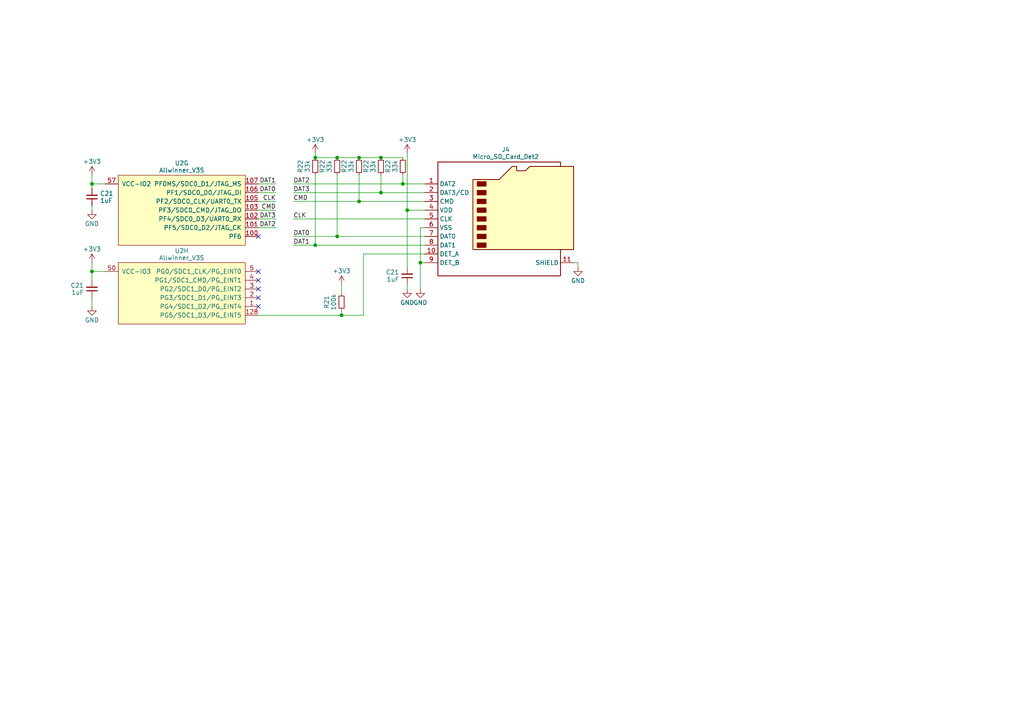
<source format=kicad_sch>
(kicad_sch (version 20230121) (generator eeschema)
  (paper "A4")
  (lib_symbols
    (symbol "Connector:Micro_SD_Card_Det2"
      (property "Reference" "J" (at -16.51 17.78 0))
      (property "Value" "Micro_SD_Card_Det2" (at 16.51 17.78 0))
      (symbol "Micro_SD_Card_Det2_0_1"
        (rectangle (start -7.62 -6.985) (end -5.08 -8.255) (stroke (width 0.254)) (fill (type outline)))
        (rectangle (start -7.62 -4.445) (end -5.08 -5.715) (stroke (width 0.254)) (fill (type outline)))
        (rectangle (start -7.62 -1.905) (end -5.08 -3.175) (stroke (width 0.254)) (fill (type outline)))
        (rectangle (start -7.62 0.635) (end -5.08 -0.635) (stroke (width 0.254)) (fill (type outline)))
        (rectangle (start -7.62 3.175) (end -5.08 1.905) (stroke (width 0.254)) (fill (type outline)))
        (rectangle (start -7.62 5.715) (end -5.08 4.445) (stroke (width 0.254)) (fill (type outline)))
        (rectangle (start -7.62 8.255) (end -5.08 6.985) (stroke (width 0.254)) (fill (type outline)))
        (rectangle (start -7.62 10.795) (end -5.08 9.525) (stroke (width 0.254)) (fill (type outline)))
        (polyline (pts (xy 16.51 15.24) (xy 16.51 16.51) (xy -19.05 16.51) (xy -19.05 -16.51) (xy 16.51 -16.51) (xy 16.51 -8.89)) (stroke (width 0.254)))
        (polyline (pts (xy -8.89 -8.89) (xy -8.89 11.43) (xy -1.27 11.43) (xy 2.54 15.24) (xy 3.81 15.24) (xy 3.81 13.97) (xy 6.35 13.97) (xy 7.62 15.24) (xy 20.32 15.24) (xy 20.32 -8.89) (xy -8.89 -8.89)) (stroke (width 0.254)) (fill (type background)))
      )
      (symbol "Micro_SD_Card_Det2_1_1"
        (pin bidirectional line (at -22.86 10.16 0) (length 3.81) (name "DAT2") (number "1"))
        (pin passive line (at -22.86 -10.16 0) (length 3.81) (name "DET_A") (number "10"))
        (pin passive line (at 20.32 -12.7 180) (length 3.81) (name "SHIELD") (number "11"))
        (pin bidirectional line (at -22.86 7.62 0) (length 3.81) (name "DAT3/CD") (number "2"))
        (pin input line (at -22.86 5.08 0) (length 3.81) (name "CMD") (number "3"))
        (pin power_in line (at -22.86 2.54 0) (length 3.81) (name "VDD") (number "4"))
        (pin input line (at -22.86 0 0) (length 3.81) (name "CLK") (number "5"))
        (pin power_in line (at -22.86 -2.54 0) (length 3.81) (name "VSS") (number "6"))
        (pin bidirectional line (at -22.86 -5.08 0) (length 3.81) (name "DAT0") (number "7"))
        (pin bidirectional line (at -22.86 -7.62 0) (length 3.81) (name "DAT1") (number "8"))
        (pin passive line (at -22.86 -12.7 0) (length 3.81) (name "DET_B") (number "9"))
      )
    )
    (symbol "Device:C_Small" (pin_numbers hide) (pin_names (offset 0.254) hide)
      (property "Reference" "C" (at 0.254 1.778 0))
      (property "Value" "C_Small" (at 0.254 -2.032 0))
      (symbol "C_Small_0_1"
        (polyline (pts (xy -1.524 -0.508) (xy 1.524 -0.508)) (stroke (width 0.3302)))
        (polyline (pts (xy -1.524 0.508) (xy 1.524 0.508)) (stroke (width 0.3048)))
      )
      (symbol "C_Small_1_1"
        (pin passive line (at 0 2.54 270) (length 2.032) (name "~") (number "1"))
        (pin passive line (at 0 -2.54 90) (length 2.032) (name "~") (number "2"))
      )
    )
    (symbol "Device:R_Small" (pin_numbers hide) (pin_names (offset 0.254) hide)
      (property "Reference" "R" (at 0.762 0.508 0))
      (property "Value" "R_Small" (at 0.762 -1.016 0))
      (symbol "R_Small_0_1"
        (rectangle (start -0.762 1.778) (end 0.762 -1.778) (stroke (width 0.2032)))
      )
      (symbol "R_Small_1_1"
        (pin passive line (at 0 2.54 270) (length 0.762) (name "~") (number "1"))
        (pin passive line (at 0 -2.54 90) (length 0.762) (name "~") (number "2"))
      )
    )
    (symbol "SoC_Allwinner:Allwinner_V3S" (pin_names (offset 1.016))
      (property "Reference" "U" (at 7.62 1.27 0))
      (property "Value" "Allwinner_V3S" (at -5.08 1.27 0))
      (symbol "Allwinner_V3S_1_0"
        (pin bidirectional line (at 15.24 -22.86 180) (length 3.81) (name "USB-DM") (number "110"))
        (pin bidirectional line (at 15.24 -25.4 180) (length 3.81) (name "USB-DP") (number "111"))
        (pin input line (at 15.24 -2.54 180) (length 3.81) (name "LRADC0") (number "112"))
        (pin output line (at 15.24 -10.16 180) (length 3.81) (name "X24MOUT") (number "74"))
        (pin input line (at 15.24 -7.62 180) (length 3.81) (name "X24MIN") (number "75"))
        (pin output line (at 15.24 -17.78 180) (length 3.81) (name "X32KOUT") (number "95"))
        (pin input line (at 15.24 -15.24 180) (length 3.81) (name "X32KIN") (number "96"))
        (pin power_out line (at -15.24 -17.78 0) (length 3.81) (name "RTC-VIO") (number "97"))
        (pin input line (at -15.24 -22.86 0) (length 3.81) (name "RESET") (number "99"))
      )
      (symbol "Allwinner_V3S_1_1"
        (rectangle (start -11.43 0) (end 11.43 -29.21) (fill (type background)))
        (pin power_in line (at -15.24 -12.7 0) (length 3.81) (name "VCC-USB") (number "109"))
        (pin power_in line (at -15.24 -26.67 0) (length 3.81) (name "EPAD-GND") (number "129"))
        (pin power_in line (at -15.24 -2.54 0) (length 3.81) (name "VCC-PLL") (number "76"))
        (pin power_in line (at -15.24 -7.62 0) (length 3.81) (name "VCC-RTC") (number "98"))
      )
      (symbol "Allwinner_V3S_2_0"
        (pin bidirectional line (at -15.24 -13.97 0) (length 3.81) (name "MICIN1P") (number "113"))
        (pin bidirectional line (at -15.24 -11.43 0) (length 3.81) (name "MICIN1N") (number "114"))
        (pin power_in line (at -15.24 -3.81 0) (length 3.81) (name "AVCC") (number "115"))
        (pin power_in line (at 13.97 -21.59 180) (length 3.81) (name "AGND") (number "116"))
        (pin output line (at -15.24 -19.05 0) (length 3.81) (name "VRA1") (number "117"))
        (pin output line (at -15.24 -21.59 0) (length 3.81) (name "VRA2") (number "118"))
        (pin output line (at 13.97 -3.81 180) (length 3.81) (name "HBIAS") (number "119"))
        (pin output line (at 13.97 -13.97 180) (length 3.81) (name "HPOUTR") (number "120"))
        (pin output line (at 13.97 -11.43 180) (length 3.81) (name "HPOUTL") (number "121"))
        (pin power_in line (at -15.24 -6.35 0) (length 3.81) (name "HPVCCIN") (number "122"))
        (pin input line (at 13.97 -16.51 180) (length 3.81) (name "HPVCCBP") (number "123"))
        (pin input line (at 13.97 -8.89 180) (length 3.81) (name "HPCOMFB") (number "124"))
        (pin output line (at 13.97 -6.35 180) (length 3.81) (name "HPCOM") (number "125"))
      )
      (symbol "Allwinner_V3S_2_1"
        (rectangle (start -11.43 -1.27) (end 10.16 -24.13) (fill (type background)))
      )
      (symbol "Allwinner_V3S_3_0"
        (pin power_in line (at 15.24 -22.86 180) (length 3.81) (name "VCC-DRAM8") (number "59"))
        (pin power_in line (at 15.24 -25.4 180) (length 3.81) (name "VCC-DRAM9") (number "60"))
        (pin power_in line (at 15.24 -27.94 180) (length 3.81) (name "VCC-DRAM10") (number "61"))
        (pin power_in line (at 15.24 -30.48 180) (length 3.81) (name "VCC-DRAM11") (number "62"))
        (pin power_in line (at 15.24 -2.54 180) (length 3.81) (name "VCC-DRAM0") (number "65"))
        (pin power_in line (at 15.24 -5.08 180) (length 3.81) (name "VCC-DRAM1") (number "66"))
        (pin power_in line (at 15.24 -7.62 180) (length 3.81) (name "VCC-DRAM2") (number "67"))
        (pin power_in line (at 15.24 -10.16 180) (length 3.81) (name "VCC-DRAM3") (number "68"))
        (pin power_in line (at 15.24 -12.7 180) (length 3.81) (name "VCC-DRAM4") (number "69"))
        (pin power_in line (at 15.24 -15.24 180) (length 3.81) (name "VCC-DRAM5") (number "70"))
        (pin power_in line (at 15.24 -17.78 180) (length 3.81) (name "VCC-DRAM6") (number "72"))
        (pin power_in line (at 15.24 -20.32 180) (length 3.81) (name "VCC-DRAM7") (number "79"))
      )
      (symbol "Allwinner_V3S_3_1"
        (rectangle (start -11.43 0) (end 11.43 -33.02) (fill (type background)))
        (pin input line (at -15.24 -22.86 0) (length 3.81) (name "SVREF1") (number "63"))
        (pin input line (at -15.24 -25.4 0) (length 3.81) (name "SVREF0") (number "71"))
        (pin input line (at -15.24 -30.48 0) (length 3.81) (name "SZQ") (number "73"))
      )
      (symbol "Allwinner_V3S_4_0"
        (pin bidirectional line (at 22.86 -2.54 180) (length 3.81) (name "PB0/UART2_TX/PB_EINT0") (number "39"))
        (pin bidirectional line (at 22.86 -5.08 180) (length 3.81) (name "PB1/UART2_RX/PB_EINT1") (number "40"))
        (pin bidirectional line (at 22.86 -7.62 180) (length 3.81) (name "PB2/UART2_RTS/PB_EINT2") (number "41"))
        (pin bidirectional line (at 22.86 -10.16 180) (length 3.81) (name "PB3/UART2_CTS/PB_EINT3") (number "42"))
        (pin bidirectional line (at 22.86 -12.7 180) (length 3.81) (name "PB4/PWM0/PB_EINT4") (number "43"))
        (pin bidirectional line (at 22.86 -15.24 180) (length 3.81) (name "PB5/PWM1/PB_EINT5") (number "44"))
        (pin bidirectional line (at 22.86 -17.78 180) (length 3.81) (name "PB6/TWI0_SCK/PB_EINT6") (number "45"))
        (pin bidirectional line (at 22.86 -20.32 180) (length 3.81) (name "PB7/TWI0_SDA/PB_EINT7") (number "46"))
        (pin bidirectional line (at 22.86 -22.86 180) (length 3.81) (name "PB8/TWI1_SCK/UART0_TX/PB_EINT8") (number "48"))
        (pin bidirectional line (at 22.86 -25.4 180) (length 3.81) (name "PB9/TWI1_SDA/UART0_RX/PB_EINT9") (number "49"))
      )
      (symbol "Allwinner_V3S_4_1"
        (rectangle (start -20.32 0) (end 19.05 -27.94) (fill (type background)))
        (pin power_in line (at -24.13 -2.54 0) (length 3.81) (name "VCC-IO0") (number "104"))
      )
      (symbol "Allwinner_V3S_5_0"
        (pin bidirectional line (at 22.86 -2.54 180) (length 3.81) (name "PC0/SDC2_CLK/SPI0_MISO") (number "52"))
        (pin bidirectional line (at 22.86 -5.08 180) (length 3.81) (name "PC1/SDC2_CMD/SPI0_CLK") (number "53"))
        (pin bidirectional line (at 22.86 -7.62 180) (length 3.81) (name "PC2/SDC2_RST/SPI0_CS") (number "54"))
        (pin bidirectional line (at 22.86 -10.16 180) (length 3.81) (name "PC3/SDC2_D0/SPI0_MOSI") (number "55"))
      )
      (symbol "Allwinner_V3S_5_1"
        (rectangle (start 19.05 0) (end -20.32 -12.7) (fill (type background)))
        (pin power_in line (at -24.13 -2.54 0) (length 3.81) (name "VCC-IO1") (number "127"))
      )
      (symbol "Allwinner_V3S_6_0"
        (pin bidirectional line (at 22.86 -53.34 180) (length 3.81) (name "PE20/CSI_FIELD/CSI_MIPI_MCLK") (number "10"))
        (pin bidirectional line (at 22.86 -50.8 180) (length 3.81) (name "PE19/CSI_D15/LCD_D21") (number "11"))
        (pin bidirectional line (at 22.86 -48.26 180) (length 3.81) (name "PE18/CSI_D14/LCD_D20") (number "13"))
        (pin bidirectional line (at 22.86 -45.72 180) (length 3.81) (name "PE17/CSI_D13/LCD_D19") (number "14"))
        (pin bidirectional line (at 22.86 -43.18 180) (length 3.81) (name "PE16/CSI_D12/LCD_D18") (number "15"))
        (pin bidirectional line (at 22.86 -40.64 180) (length 3.81) (name "PE15/CSI_D11/LCD_D15") (number "16"))
        (pin bidirectional line (at 22.86 -38.1 180) (length 3.81) (name "PE14/CSI_D10/LCD_D14") (number "17"))
        (pin bidirectional line (at 22.86 -35.56 180) (length 3.81) (name "PE13/CSI_D9/LCD_D13") (number "18"))
        (pin bidirectional line (at 22.86 -33.02 180) (length 3.81) (name "PE12/CSI_D8/LCD_D12") (number "22"))
        (pin bidirectional line (at 22.86 -30.48 180) (length 3.81) (name "PE11/CSI_D7/LCD_D11") (number "23"))
        (pin bidirectional line (at 22.86 -27.94 180) (length 3.81) (name "PE10/CSI_D6/LCD_D10") (number "24"))
        (pin bidirectional line (at 22.86 -25.4 180) (length 3.81) (name "PE9/CSI_D5/LCD_D7") (number "27"))
        (pin bidirectional line (at 22.86 -22.86 180) (length 3.81) (name "PE8/CSI_D4/LCD_D6") (number "28"))
        (pin bidirectional line (at 22.86 -20.32 180) (length 3.81) (name "PE7/CSI_D3/LCD_D5") (number "30"))
        (pin bidirectional line (at 22.86 -17.78 180) (length 3.81) (name "PE6/CSI_D2/LCD_D4") (number "31"))
        (pin bidirectional line (at 22.86 -15.24 180) (length 3.81) (name "PE5/CSI_D1/LCD_D3") (number "32"))
        (pin bidirectional line (at 22.86 -12.7 180) (length 3.81) (name "PE4/CSI_D0/LCD_D2") (number "33"))
        (pin bidirectional line (at 22.86 -10.16 180) (length 3.81) (name "PE3/CSI_VSYNC/LCD_VSYNC") (number "34"))
        (pin bidirectional line (at 22.86 -7.62 180) (length 3.81) (name "PE2/CSI_HSYNC/LCD_HSYNC") (number "35"))
        (pin bidirectional line (at 22.86 -5.08 180) (length 3.81) (name "PE1/CSI_MCLK/LCD_DE") (number "36"))
        (pin bidirectional line (at 22.86 -2.54 180) (length 3.81) (name "PE0/CSI_PCLK/LCD_CLK") (number "37"))
        (pin bidirectional line (at 22.86 -63.5 180) (length 3.81) (name "PE24/LCD_D23/UART1_CTS") (number "6"))
        (pin bidirectional line (at 22.86 -60.96 180) (length 3.81) (name "PE23/LCD_D22/UART1_RTS") (number "7"))
        (pin bidirectional line (at 22.86 -58.42 180) (length 3.81) (name "PE22/CSI_SDA/TWI1_SDA/UART1_RX") (number "8"))
        (pin bidirectional line (at 22.86 -55.88 180) (length 3.81) (name "PE21/CSI_SCK/TWI1_SCK/UART1_TX") (number "9"))
      )
      (symbol "Allwinner_V3S_6_1"
        (rectangle (start 19.05 0) (end -20.32 -66.04) (fill (type background)))
        (pin power_in line (at -24.13 -2.54 0) (length 3.81) (name "VCC-PE0") (number "12"))
        (pin power_in line (at -24.13 -5.08 0) (length 3.81) (name "VCC-PE1") (number "29"))
      )
      (symbol "Allwinner_V3S_7_0"
        (pin bidirectional line (at 21.59 -17.78 180) (length 3.81) (name "PF6") (number "100"))
        (pin bidirectional line (at 21.59 -15.24 180) (length 3.81) (name "PF5/SDC0_D2/JTAG_CK") (number "101"))
        (pin bidirectional line (at 21.59 -12.7 180) (length 3.81) (name "PF4/SDC0_D3/UART0_RX") (number "102"))
        (pin bidirectional line (at 21.59 -10.16 180) (length 3.81) (name "PF3/SDC0_CMD/JTAG_DO") (number "103"))
        (pin bidirectional line (at 21.59 -7.62 180) (length 3.81) (name "PF2/SDC0_CLK/UART0_TX") (number "105"))
        (pin bidirectional line (at 21.59 -5.08 180) (length 3.81) (name "PF1/SDC0_D0/JTAG_DI") (number "106"))
        (pin bidirectional line (at 21.59 -2.54 180) (length 3.81) (name "PF0MS/SDC0_D1/JTAG_MS") (number "107"))
      )
      (symbol "Allwinner_V3S_7_1"
        (rectangle (start 17.78 0) (end -19.05 -20.32) (fill (type background)))
        (pin power_in line (at -22.86 -2.54 0) (length 3.81) (name "VCC-IO2") (number "57"))
      )
      (symbol "Allwinner_V3S_8_0"
        (pin bidirectional line (at 16.51 -12.7 180) (length 3.81) (name "PG4/SDC1_D2/PG_EINT4") (number "1"))
        (pin bidirectional line (at 16.51 -15.24 180) (length 3.81) (name "PG5/SDC1_D3/PG_EINT5") (number "128"))
        (pin bidirectional line (at 16.51 -10.16 180) (length 3.81) (name "PG3/SDC1_D1/PG_EINT3") (number "2"))
        (pin bidirectional line (at 16.51 -7.62 180) (length 3.81) (name "PG2/SDC1_D0/PG_EINT2") (number "3"))
        (pin bidirectional line (at 16.51 -5.08 180) (length 3.81) (name "PG1/SDC1_CMD/PG_EINT1") (number "4"))
        (pin bidirectional line (at 16.51 -2.54 180) (length 3.81) (name "PG0/SDC1_CLK/PG_EINT0") (number "5"))
        (pin power_in line (at -27.94 -2.54 0) (length 3.81) (name "VCC-IO3") (number "50"))
      )
      (symbol "Allwinner_V3S_8_1"
        (rectangle (start 12.7 0) (end -24.13 -17.78) (fill (type background)))
      )
      (symbol "Allwinner_V3S_9_0"
        (pin output line (at 17.78 -2.54 180) (length 3.81) (name "EPHY_LINK_LED") (number "77"))
        (pin output line (at 17.78 -5.08 180) (length 3.81) (name "EPHY_SPD_LED") (number "78"))
        (pin power_in line (at -17.78 -2.54 0) (length 3.81) (name "EPHY_VDD") (number "88"))
        (pin input line (at 17.78 -10.16 180) (length 3.81) (name "EPHY_RXN") (number "89"))
        (pin input line (at 17.78 -12.7 180) (length 3.81) (name "EPHY_RXP") (number "90"))
        (pin output line (at 17.78 -17.78 180) (length 3.81) (name "EPHY_TXN") (number "91"))
        (pin output line (at 17.78 -20.32 180) (length 3.81) (name "EPHY_TXP") (number "92"))
        (pin power_in line (at -17.78 -5.08 0) (length 3.81) (name "EPHY_VCC") (number "93"))
        (pin input line (at 17.78 -25.4 180) (length 3.81) (name "EPHY_RTX") (number "94"))
      )
      (symbol "Allwinner_V3S_9_1"
        (rectangle (start -13.97 0) (end 13.97 -27.94) (fill (type background)))
      )
      (symbol "Allwinner_V3S_10_0"
        (pin input line (at 15.24 -10.16 180) (length 3.81) (name "MCSI-D0P") (number "81"))
        (pin input line (at 15.24 -7.62 180) (length 3.81) (name "MCSI-D0N") (number "82"))
        (pin input line (at 15.24 -15.24 180) (length 3.81) (name "MCSI-D1P") (number "83"))
        (pin input line (at 15.24 -12.7 180) (length 3.81) (name "MCSI-D1N") (number "84"))
        (pin output line (at 15.24 -5.08 180) (length 3.81) (name "MCSI-CKP") (number "86"))
        (pin output line (at 15.24 -2.54 180) (length 3.81) (name "MCSI-CKN") (number "87"))
      )
      (symbol "Allwinner_V3S_10_1"
        (rectangle (start -12.7 0) (end 11.43 -17.78) (fill (type background)))
        (pin power_in line (at -16.51 -2.54 0) (length 3.81) (name "VCC-MCSI") (number "85"))
      )
      (symbol "Allwinner_V3S_11_0"
        (pin power_in line (at 8.89 -12.7 180) (length 3.81) (name "VDD-CPU3") (number "20"))
        (pin power_in line (at 8.89 -15.24 180) (length 3.81) (name "VDD-CPU2") (number "21"))
        (pin power_in line (at 8.89 -17.78 180) (length 3.81) (name "VDD-CPU1") (number "25"))
        (pin power_in line (at 8.89 -20.32 180) (length 3.81) (name "VDD-CPU0") (number "26"))
        (pin power_in line (at 8.89 -10.16 180) (length 3.81) (name "VDD-CPU4") (number "38"))
        (pin power_in line (at 8.89 -7.62 180) (length 3.81) (name "VDD-CPU5") (number "47"))
        (pin power_in line (at 8.89 -5.08 180) (length 3.81) (name "VDD-CPU6") (number "51"))
        (pin power_in line (at 8.89 -2.54 180) (length 3.81) (name "VDD-CPU7") (number "56"))
      )
      (symbol "Allwinner_V3S_11_1"
        (rectangle (start -7.62 0) (end 5.08 -22.86) (fill (type background)))
      )
      (symbol "Allwinner_V3S_12_1"
        (rectangle (start -6.35 0) (end 6.35 -17.78) (fill (type background)))
        (pin power_in line (at 10.16 -5.08 180) (length 3.81) (name "VDD-SYS1") (number "108"))
        (pin power_in line (at 10.16 -7.62 180) (length 3.81) (name "VDD-SYS2") (number "126"))
        (pin power_in line (at 10.16 -10.16 180) (length 3.81) (name "VDD-SYS3") (number "19"))
        (pin power_in line (at 10.16 -12.7 180) (length 3.81) (name "VDD-SYS4") (number "58"))
        (pin power_in line (at 10.16 -15.24 180) (length 3.81) (name "VDD-SYS5") (number "64"))
        (pin power_in line (at 10.16 -2.54 180) (length 3.81) (name "VDD-SYS0") (number "80"))
      )
    )
    (symbol "power:+3V3" (power) (pin_names (offset 0))
      (property "Value" "+3V3" (at 0 3.556 0))
      (symbol "+3V3_0_1"
        (polyline (pts (xy -0.762 1.27) (xy 0 2.54)))
        (polyline (pts (xy 0 0) (xy 0 2.54)))
        (polyline (pts (xy 0 2.54) (xy 0.762 1.27)))
      )
      (symbol "+3V3_1_1"
        (pin power_in line (at 0 0 90) (length 0) hide (name "+3V3") (number "1"))
      )
    )
    (symbol "power:GND" (power) (pin_names (offset 0))
      (property "Value" "GND" (at 0 -3.81 0))
      (symbol "GND_0_1"
        (polyline (pts (xy 0 0) (xy 0 -1.27) (xy 1.27 -1.27) (xy 0 -2.54) (xy -1.27 -1.27) (xy 0 -1.27)))
      )
      (symbol "GND_1_1"
        (pin power_in line (at 0 0 270) (length 0) hide (name "GND") (number "1"))
      )
    )
  )
  (junction (at 91.44 71.12))
  (junction (at 104.14 58.42))
  (junction (at 99.06 91.44))
  (junction (at 26.67 78.74))
  (junction (at 118.11 60.96))
  (junction (at 97.79 68.58))
  (junction (at 121.92 76.2))
  (junction (at 104.14 45.72))
  (junction (at 97.79 45.72))
  (junction (at 26.67 53.34))
  (junction (at 110.49 45.72))
  (junction (at 91.44 45.72))
  (junction (at 110.49 55.88))
  (junction (at 116.84 53.34))
  (no_connect (at 74.93 88.9))
  (no_connect (at 74.93 68.58))
  (no_connect (at 74.93 78.74))
  (no_connect (at 74.93 81.28))
  (no_connect (at 74.93 86.36))
  (no_connect (at 74.93 83.82))
  (wire (pts (xy 85.09 71.12) (xy 91.44 71.12)))
  (wire (pts (xy 26.67 50.8) (xy 26.67 53.34)))
  (wire (pts (xy 74.93 53.34) (xy 80.01 53.34)))
  (wire (pts (xy 26.67 78.74) (xy 26.67 81.28)))
  (wire (pts (xy 105.41 91.44) (xy 105.41 73.66)))
  (wire (pts (xy 99.06 85.09) (xy 99.06 82.55)))
  (wire (pts (xy 74.93 58.42) (xy 80.01 58.42)))
  (wire (pts (xy 110.49 55.88) (xy 110.49 50.8)))
  (wire (pts (xy 118.11 77.47) (xy 118.11 60.96)))
  (wire (pts (xy 74.93 66.04) (xy 80.01 66.04)))
  (wire (pts (xy 121.92 76.2) (xy 123.19 76.2)))
  (wire (pts (xy 26.67 76.2) (xy 26.67 78.74)))
  (wire (pts (xy 85.09 68.58) (xy 97.79 68.58)))
  (wire (pts (xy 97.79 45.72) (xy 104.14 45.72)))
  (wire (pts (xy 74.93 63.5) (xy 80.01 63.5)))
  (wire (pts (xy 26.67 53.34) (xy 26.67 54.61)))
  (wire (pts (xy 121.92 66.04) (xy 123.19 66.04)))
  (wire (pts (xy 26.67 78.74) (xy 30.48 78.74)))
  (wire (pts (xy 74.93 55.88) (xy 80.01 55.88)))
  (wire (pts (xy 118.11 82.55) (xy 118.11 83.82)))
  (wire (pts (xy 74.93 60.96) (xy 80.01 60.96)))
  (wire (pts (xy 91.44 44.45) (xy 91.44 45.72)))
  (wire (pts (xy 121.92 76.2) (xy 121.92 66.04)))
  (wire (pts (xy 74.93 91.44) (xy 99.06 91.44)))
  (wire (pts (xy 26.67 86.36) (xy 26.67 88.9)))
  (wire (pts (xy 99.06 90.17) (xy 99.06 91.44)))
  (wire (pts (xy 110.49 45.72) (xy 116.84 45.72)))
  (wire (pts (xy 85.09 53.34) (xy 116.84 53.34)))
  (wire (pts (xy 85.09 58.42) (xy 104.14 58.42)))
  (wire (pts (xy 167.64 76.2) (xy 166.37 76.2)))
  (wire (pts (xy 118.11 44.45) (xy 118.11 60.96)))
  (wire (pts (xy 97.79 68.58) (xy 97.79 50.8)))
  (wire (pts (xy 105.41 73.66) (xy 123.19 73.66)))
  (wire (pts (xy 110.49 55.88) (xy 123.19 55.88)))
  (wire (pts (xy 26.67 53.34) (xy 30.48 53.34)))
  (wire (pts (xy 91.44 71.12) (xy 91.44 50.8)))
  (wire (pts (xy 91.44 45.72) (xy 97.79 45.72)))
  (wire (pts (xy 116.84 50.8) (xy 116.84 53.34)))
  (wire (pts (xy 26.67 59.69) (xy 26.67 60.96)))
  (wire (pts (xy 104.14 45.72) (xy 110.49 45.72)))
  (wire (pts (xy 99.06 91.44) (xy 105.41 91.44)))
  (wire (pts (xy 104.14 58.42) (xy 104.14 50.8)))
  (wire (pts (xy 118.11 60.96) (xy 123.19 60.96)))
  (wire (pts (xy 97.79 68.58) (xy 123.19 68.58)))
  (wire (pts (xy 85.09 63.5) (xy 123.19 63.5)))
  (wire (pts (xy 104.14 58.42) (xy 123.19 58.42)))
  (wire (pts (xy 116.84 53.34) (xy 123.19 53.34)))
  (wire (pts (xy 91.44 71.12) (xy 123.19 71.12)))
  (wire (pts (xy 167.64 77.47) (xy 167.64 76.2)))
  (wire (pts (xy 121.92 83.82) (xy 121.92 76.2)))
  (wire (pts (xy 85.09 55.88) (xy 110.49 55.88)))
  (label "DAT1" (at 85.09 71.12 0))
  (label "CLK" (at 80.01 58.42 180))
  (label "DAT0" (at 85.09 68.58 0))
  (label "DAT2" (at 80.01 66.04 180))
  (label "DAT1" (at 80.01 53.34 180))
  (label "DAT3" (at 80.01 63.5 180))
  (label "DAT3" (at 85.09 55.88 0))
  (label "CMD" (at 80.01 60.96 180))
  (label "CLK" (at 85.09 63.5 0))
  (label "CMD" (at 85.09 58.42 0))
  (label "DAT2" (at 85.09 53.34 0))
  (label "DAT0" (at 80.01 55.88 180))
  (symbol (lib_id "Device:R_Small") (at 116.84 48.26 0) (mirror y) (unit 1)
    (property "Reference" "R22" (at 112.5234 48.26 90))
    (property "Value" "33k" (at 114.5714 48.26 90))
    (property "Footprint" "Resistor_SMD:R_0402_1005Metric" (effects hide))
    (property "LCSC" "C25779" (effects hide))
    (instances (project "OpenHomeSwitch" (path "" (reference "R22") (unit 1)) (path "" (reference "R37") (unit 1)) (path "" (reference "R70") (unit 1))))
  )
  (symbol (lib_id "SoC_Allwinner:Allwinner_V3S") (at 53.34 50.8 0) (unit 7)
    (property "Reference" "U2" (at 52.705 47.347 0))
    (property "Value" "Allwinner_V3S" (at 52.705 49.395 0))
    (property "Footprint" "Package_QFP_Allwinner:LQFP-128_14x14mm_P0.4mm_EPAD_8x8mm" (effects hide))
  )
  (symbol (lib_id "Connector:Micro_SD_Card_Det2") (at 146.05 63.5 0) (unit 1)
    (property "Reference" "J4" (at 146.685 43.41 0))
    (property "Value" "Micro_SD_Card_Det2" (at 146.685 45.458 0))
    (property "Footprint" "Connector_Card_MicroSD:HOAUC_HYC77-TF09-200" (effects hide))
    (property "Datasheet" "https://www.hirose.com/en/product/document?clcode=&productname=&series=DM3&documenttype=Catalog&lang=en&documentid=D49662_en" (effects hide))
    (property "LCSC" "C341092" (effects hide))
  )
  (symbol (lib_id "Device:C_Small") (at 26.67 83.82 0) (mirror x) (unit 1)
    (property "Reference" "C21" (at 24.3459 82.7896 0) (effects (justify right)))
    (property "Value" "1uF" (at 24.3459 84.8376 0) (effects (justify right)))
    (property "Footprint" "Capacitor_SMD:C_0402_1005Metric" (effects hide))
    (property "LCSC" "C52923" (effects hide))
    (instances (project "OpenHomeSwitch" (path "" (reference "C21") (unit 1)) (path "" (reference "C54") (unit 1)) (path "" (reference "C78") (unit 1)) (path "" (reference "C115") (unit 1)) (path "" (reference "C125") (unit 1)) (path "" (reference "C125") (unit 1))))
  )
  (symbol (lib_id "power:GND") (at 26.67 60.96 0) (unit 1)
    (property "Reference" "#PWR099" (effects hide))
    (property "Value" "GND" (at 26.67 64.905 0))
    (instances (project "OpenHomeSwitch" (path "" (reference "#PWR099") (unit 1)) (path "" (reference "#PWR0115") (unit 1))))
  )
  (symbol (lib_id "Device:C_Small") (at 118.11 80.01 0) (mirror x) (unit 1)
    (property "Reference" "C21" (at 115.7859 78.9796 0) (effects (justify right)))
    (property "Value" "1uF" (at 115.7859 81.0276 0) (effects (justify right)))
    (property "Footprint" "Capacitor_SMD:C_0402_1005Metric" (effects hide))
    (property "LCSC" "C52923" (effects hide))
    (instances (project "OpenHomeSwitch" (path "" (reference "C21") (unit 1)) (path "" (reference "C54") (unit 1)) (path "" (reference "C78") (unit 1)) (path "" (reference "C115") (unit 1)) (path "" (reference "C121") (unit 1))))
  )
  (symbol (lib_id "power:GND") (at 121.92 83.82 0) (unit 1)
    (property "Reference" "#PWR0113" (effects hide))
    (property "Value" "GND" (at 121.92 87.765 0))
  )
  (symbol (lib_id "power:GND") (at 26.67 88.9 0) (unit 1)
    (property "Reference" "#PWR0126" (effects hide))
    (property "Value" "GND" (at 26.67 92.845 0))
    (instances (project "OpenHomeSwitch" (path "" (reference "#PWR0126") (unit 1)) (path "" (reference "#PWR0125") (unit 1))))
  )
  (symbol (lib_id "Device:C_Small") (at 26.67 57.15 180) (unit 1)
    (property "Reference" "C21" (at 28.9941 56.1196 0) (effects (justify right)))
    (property "Value" "1uF" (at 28.9941 58.1676 0) (effects (justify right)))
    (property "Footprint" "Capacitor_SMD:C_0402_1005Metric" (effects hide))
    (property "LCSC" "C52923" (effects hide))
    (instances (project "OpenHomeSwitch" (path "" (reference "C21") (unit 1)) (path "" (reference "C54") (unit 1)) (path "" (reference "C78") (unit 1)) (path "" (reference "C115") (unit 1)) (path "" (reference "C122") (unit 1))))
  )
  (symbol (lib_id "power:+3V3") (at 26.67 50.8 0) (unit 1)
    (property "Reference" "#PWR098" (effects hide))
    (property "Value" "+3V3" (at 26.67 46.855 0))
    (instances (project "OpenHomeSwitch" (path "" (reference "#PWR098") (unit 1)) (path "" (reference "#PWR0114") (unit 1))))
  )
  (symbol (lib_id "SoC_Allwinner:Allwinner_V3S") (at 58.42 76.2 0) (unit 8)
    (property "Reference" "U2" (at 52.705 72.747 0))
    (property "Value" "Allwinner_V3S" (at 52.705 74.795 0))
    (property "Footprint" "Package_QFP_Allwinner:LQFP-128_14x14mm_P0.4mm_EPAD_8x8mm" (effects hide))
  )
  (symbol (lib_id "power:+3V3") (at 118.11 44.45 0) (unit 1)
    (property "Reference" "#PWR0112" (effects hide))
    (property "Value" "+3V3" (at 118.11 40.505 0))
  )
  (symbol (lib_id "power:+3V3") (at 26.67 76.2 0) (unit 1)
    (property "Reference" "#PWR096" (effects hide))
    (property "Value" "+3V3" (at 26.67 72.255 0))
    (instances (project "OpenHomeSwitch" (path "" (reference "#PWR096") (unit 1)) (path "" (reference "#PWR0125") (unit 1)) (path "" (reference "#PWR069") (unit 1))))
  )
  (symbol (lib_id "power:+3V3") (at 91.44 44.45 0) (unit 1)
    (property "Reference" "#PWR0110" (effects hide))
    (property "Value" "+3V3" (at 91.44 40.505 0))
  )
  (symbol (lib_id "power:GND") (at 118.11 83.82 0) (unit 1)
    (property "Reference" "#PWR0111" (effects hide))
    (property "Value" "GND" (at 118.11 87.765 0))
  )
  (symbol (lib_id "Device:R_Small") (at 91.44 48.26 0) (mirror y) (unit 1)
    (property "Reference" "R22" (at 87.1234 48.26 90))
    (property "Value" "33k" (at 89.1714 48.26 90))
    (property "Footprint" "Resistor_SMD:R_0402_1005Metric" (effects hide))
    (property "LCSC" "C25779" (effects hide))
    (instances (project "OpenHomeSwitch" (path "" (reference "R22") (unit 1)) (path "" (reference "R37") (unit 1)) (path "" (reference "R74") (unit 1))))
  )
  (symbol (lib_id "Device:R_Small") (at 110.49 48.26 0) (mirror y) (unit 1)
    (property "Reference" "R22" (at 106.1734 48.26 90))
    (property "Value" "33k" (at 108.2214 48.26 90))
    (property "Footprint" "Resistor_SMD:R_0402_1005Metric" (effects hide))
    (property "LCSC" "C25779" (effects hide))
    (instances (project "OpenHomeSwitch" (path "" (reference "R22") (unit 1)) (path "" (reference "R37") (unit 1)) (path "" (reference "R71") (unit 1))))
  )
  (symbol (lib_id "power:+3V3") (at 99.06 82.55 0) (unit 1)
    (property "Reference" "#PWR0117" (effects hide))
    (property "Value" "+3V3" (at 99.06 78.605 0))
  )
  (symbol (lib_id "Device:R_Small") (at 104.14 48.26 0) (mirror y) (unit 1)
    (property "Reference" "R22" (at 99.8234 48.26 90))
    (property "Value" "33k" (at 101.8714 48.26 90))
    (property "Footprint" "Resistor_SMD:R_0402_1005Metric" (effects hide))
    (property "LCSC" "C25779" (effects hide))
    (instances (project "OpenHomeSwitch" (path "" (reference "R22") (unit 1)) (path "" (reference "R37") (unit 1)) (path "" (reference "R72") (unit 1))))
  )
  (symbol (lib_id "Device:R_Small") (at 97.79 48.26 0) (mirror y) (unit 1)
    (property "Reference" "R22" (at 93.4734 48.26 90))
    (property "Value" "33k" (at 95.5214 48.26 90))
    (property "Footprint" "Resistor_SMD:R_0402_1005Metric" (effects hide))
    (property "LCSC" "C25779" (effects hide))
    (instances (project "OpenHomeSwitch" (path "" (reference "R22") (unit 1)) (path "" (reference "R37") (unit 1)) (path "" (reference "R73") (unit 1))))
  )
  (symbol (lib_id "power:GND") (at 167.64 77.47 0) (unit 1)
    (property "Reference" "#PWR0116" (effects hide))
    (property "Value" "GND" (at 167.64 81.415 0))
  )
  (symbol (lib_id "Device:R_Small") (at 99.06 87.63 180) (unit 1)
    (property "Reference" "R21" (at 94.7434 87.63 90))
    (property "Value" "100k" (at 96.7914 87.63 90))
    (property "Footprint" "Resistor_SMD:R_0402_1005Metric" (effects hide))
    (property "LCSC" "C25741" (effects hide))
    (instances (project "OpenHomeSwitch" (path "" (reference "R21") (unit 1)) (path "" (reference "R26") (unit 1)) (path "" (reference "R75") (unit 1)) (path "" (reference "R38") (unit 1))))
  )
)
</source>
